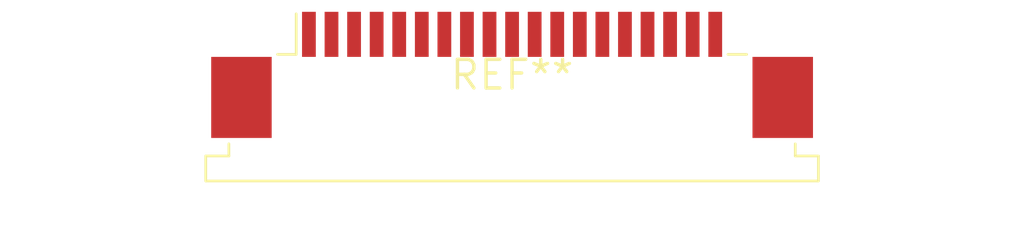
<source format=kicad_pcb>
(kicad_pcb (version 20240108) (generator pcbnew)
  (layers (0 "F.Cu" signal) (31 "B.Cu" signal) (34 "B.Paste" user) (35 "F.Paste" user) (36 "B.SilkS" user "B.Silkscreen") (37 "F.SilkS" user "F.Silkscreen") (38 "B.Mask" user) (39 "F.Mask" user) (44 "Edge.Cuts" user))
  (net 0 "")
  (footprint "TE_1-84952-9_1x19-1MP_P1.0mm_Horizontal" (layer "F.Cu") (at 0 0)
    (property "Reference" "REF**")
    (property "Value" "TE_1-84952-9_1x19-1MP_P1.0mm_Horizontal")
    (fp_line (start -13.57 3.6) (end -12.545 3.6) (layer "F.SilkS") (stroke (width 0.12)))
    (fp_line (start -13.57 4.71) (end -13.57 3.6) (layer "F.SilkS") (stroke (width 0.12)))
    (fp_line (start -12.545 3.6) (end -12.545 3.06) (layer "F.SilkS") (stroke (width 0.12)))
    (fp_line (start -10.39 -0.91) (end -9.565 -0.91) (layer "F.SilkS") (stroke (width 0.12)))
    (fp_line (start -9.565 -0.91) (end -9.565 -2.71) (layer "F.SilkS") (stroke (width 0.12)))
    (fp_line (start 9.565 -0.91) (end 10.39 -0.91) (layer "F.SilkS") (stroke (width 0.12)))
    (fp_line (start 12.545 3.06) (end 12.545 3.6) (layer "F.SilkS") (stroke (width 0.12)))
    (fp_line (start 12.545 3.6) (end 13.57 3.6) (layer "F.SilkS") (stroke (width 0.12)))
    (fp_line (start 13.57 3.6) (end 13.57 4.71) (layer "F.SilkS") (stroke (width 0.12)))
    (fp_line (start 13.57 4.71) (end -13.57 4.71) (layer "F.SilkS") (stroke (width 0.12)))
    (pad "1" smd rect (at -9 -1.8) (size 0.61 2) (layers "F.Cu" "F.Paste" "F.Mask"))
    (pad "2" smd rect (at -8 -1.8) (size 0.61 2) (layers "F.Cu" "F.Paste" "F.Mask"))
    (pad "3" smd rect (at -7 -1.8) (size 0.61 2) (layers "F.Cu" "F.Paste" "F.Mask"))
    (pad "4" smd rect (at -6 -1.8) (size 0.61 2) (layers "F.Cu" "F.Paste" "F.Mask"))
    (pad "5" smd rect (at -5 -1.8) (size 0.61 2) (layers "F.Cu" "F.Paste" "F.Mask"))
    (pad "6" smd rect (at -4 -1.8) (size 0.61 2) (layers "F.Cu" "F.Paste" "F.Mask"))
    (pad "7" smd rect (at -3 -1.8) (size 0.61 2) (layers "F.Cu" "F.Paste" "F.Mask"))
    (pad "8" smd rect (at -2 -1.8) (size 0.61 2) (layers "F.Cu" "F.Paste" "F.Mask"))
    (pad "9" smd rect (at -1 -1.8) (size 0.61 2) (layers "F.Cu" "F.Paste" "F.Mask"))
    (pad "10" smd rect (at 0 -1.8) (size 0.61 2) (layers "F.Cu" "F.Paste" "F.Mask"))
    (pad "11" smd rect (at 1 -1.8) (size 0.61 2) (layers "F.Cu" "F.Paste" "F.Mask"))
    (pad "12" smd rect (at 2 -1.8) (size 0.61 2) (layers "F.Cu" "F.Paste" "F.Mask"))
    (pad "13" smd rect (at 3 -1.8) (size 0.61 2) (layers "F.Cu" "F.Paste" "F.Mask"))
    (pad "14" smd rect (at 4 -1.8) (size 0.61 2) (layers "F.Cu" "F.Paste" "F.Mask"))
    (pad "15" smd rect (at 5 -1.8) (size 0.61 2) (layers "F.Cu" "F.Paste" "F.Mask"))
    (pad "16" smd rect (at 6 -1.8) (size 0.61 2) (layers "F.Cu" "F.Paste" "F.Mask"))
    (pad "17" smd rect (at 7 -1.8) (size 0.61 2) (layers "F.Cu" "F.Paste" "F.Mask"))
    (pad "18" smd rect (at 8 -1.8) (size 0.61 2) (layers "F.Cu" "F.Paste" "F.Mask"))
    (pad "19" smd rect (at 9 -1.8) (size 0.61 2) (layers "F.Cu" "F.Paste" "F.Mask"))
    (pad "MP" smd rect (at -11.99 1) (size 2.68 3.6) (layers "F.Cu" "F.Paste" "F.Mask"))
    (pad "MP" smd rect (at 11.99 1) (size 2.68 3.6) (layers "F.Cu" "F.Paste" "F.Mask"))
  )
)
</source>
